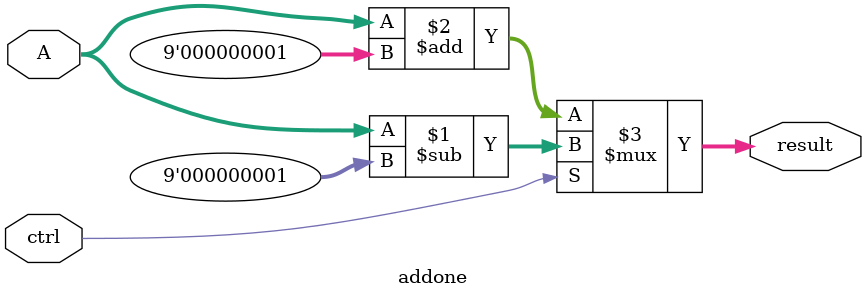
<source format=v>
`timescale 1ns / 1ps
module addone(
			input [8:0] A,
			input ctrl,
			output [8:0] result
    );
	assign result = ctrl?(A-9'b000000001):(A+9'b000000001);

endmodule

</source>
